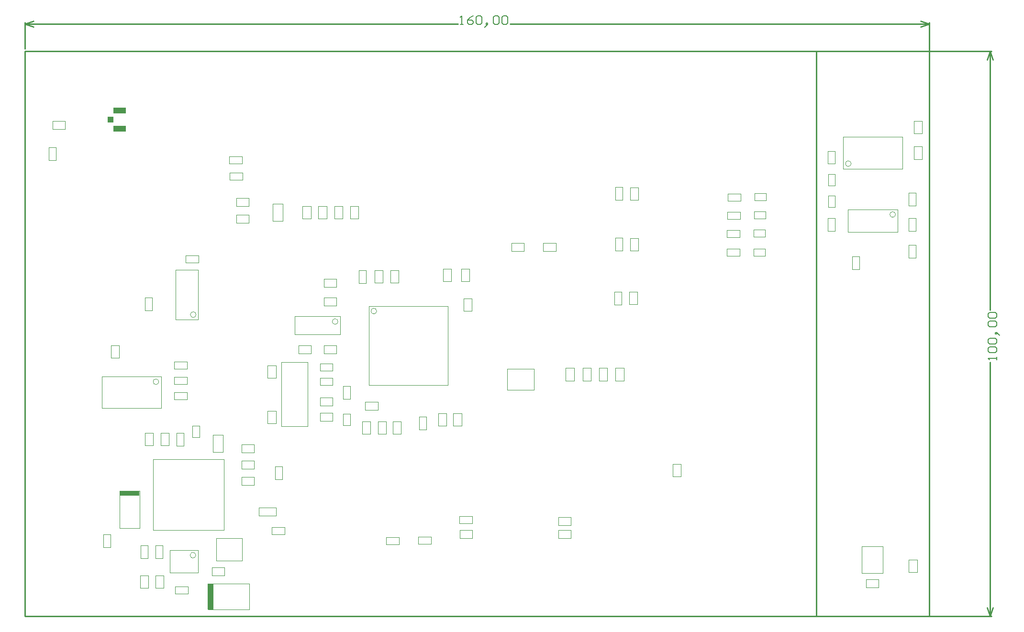
<source format=gbp>
G04 Layer_Color=128*
%FSLAX44Y44*%
%MOMM*%
G71*
G01*
G75*
G04:AMPARAMS|DCode=45|XSize=1.1mm|YSize=1.1mm|CornerRadius=0.11mm|HoleSize=0mm|Usage=FLASHONLY|Rotation=90.000|XOffset=0mm|YOffset=0mm|HoleType=Round|Shape=RoundedRectangle|*
%AMROUNDEDRECTD45*
21,1,1.1000,0.8800,0,0,90.0*
21,1,0.8800,1.1000,0,0,90.0*
1,1,0.2200,0.4400,0.4400*
1,1,0.2200,0.4400,-0.4400*
1,1,0.2200,-0.4400,-0.4400*
1,1,0.2200,-0.4400,0.4400*
%
%ADD45ROUNDEDRECTD45*%
G04:AMPARAMS|DCode=46|XSize=1.05mm|YSize=2.2mm|CornerRadius=0.0525mm|HoleSize=0mm|Usage=FLASHONLY|Rotation=90.000|XOffset=0mm|YOffset=0mm|HoleType=Round|Shape=RoundedRectangle|*
%AMROUNDEDRECTD46*
21,1,1.0500,2.0950,0,0,90.0*
21,1,0.9450,2.2000,0,0,90.0*
1,1,0.1050,1.0475,0.4725*
1,1,0.1050,1.0475,-0.4725*
1,1,0.1050,-1.0475,-0.4725*
1,1,0.1050,-1.0475,0.4725*
%
%ADD46ROUNDEDRECTD46*%
%ADD54C,0.1000*%
%ADD55C,0.2540*%
%ADD56C,0.1524*%
%ADD57R,0.9819X4.6000*%
%ADD58R,3.5000X0.8877*%
D45*
X1551500Y1509000D02*
D03*
D46*
X1567500Y1525000D02*
D03*
Y1493000D02*
D03*
D54*
X1702500Y1163750D02*
G03*
X1702500Y1163750I-5000J0D01*
G01*
X2940000Y1341000D02*
G03*
X2940000Y1341000I-5000J0D01*
G01*
X2861500Y1431000D02*
G03*
X2861500Y1431000I-5000J0D01*
G01*
X1953500Y1151500D02*
G03*
X1953500Y1151500I-5000J0D01*
G01*
X1636500Y1045000D02*
G03*
X1636500Y1045000I-5000J0D01*
G01*
X1702000Y738000D02*
G03*
X1702000Y738000I-5000J0D01*
G01*
X2022000Y1170000D02*
G03*
X2022000Y1170000I-5000J0D01*
G01*
X1666500Y1242750D02*
X1706500D01*
X1666500Y1154750D02*
X1706500D01*
X1666500D02*
Y1242750D01*
X1706500Y1154750D02*
Y1242750D01*
X2856000Y1350000D02*
X2944000D01*
X2856000Y1310000D02*
X2944000D01*
Y1350000D01*
X2856000Y1310000D02*
Y1350000D01*
X1470800Y1492250D02*
Y1506750D01*
X1448700Y1492250D02*
Y1506750D01*
Y1492250D02*
X1470800D01*
X1448700Y1506750D02*
X1470800D01*
X2976350Y1311600D02*
Y1334400D01*
X2963650Y1311600D02*
Y1334400D01*
X2976350D01*
X2963650Y1311600D02*
X2976350D01*
X2952500Y1422000D02*
Y1478000D01*
X2847500Y1422000D02*
Y1478000D01*
X2952500D01*
X2847500Y1422000D02*
X2952500D01*
X1838500Y1329250D02*
Y1359750D01*
X1856000Y1329250D02*
Y1359750D01*
X1838500D02*
X1856000D01*
X1838500Y1329250D02*
X1856000D01*
X2963650Y1356600D02*
Y1379400D01*
X2976350Y1356600D02*
Y1379400D01*
X2963650Y1356600D02*
X2976350D01*
X2963650Y1379400D02*
X2976350D01*
X2963650Y1264600D02*
Y1287400D01*
X2976350Y1264600D02*
Y1287400D01*
X2963650Y1264600D02*
X2976350D01*
X2963650Y1287400D02*
X2976350D01*
X1612150Y1171350D02*
Y1194150D01*
X1624850Y1171350D02*
Y1194150D01*
X1612150Y1171350D02*
X1624850D01*
X1612150Y1194150D02*
X1624850D01*
X2863650Y1243600D02*
Y1266400D01*
X2876350Y1243600D02*
Y1266400D01*
X2863650Y1243600D02*
X2876350D01*
X2863650Y1266400D02*
X2876350D01*
X2972750Y1483950D02*
X2987250D01*
X2972750Y1506050D02*
X2987250D01*
X2972750Y1483950D02*
Y1506050D01*
X2987250Y1483950D02*
Y1506050D01*
X2972750Y1438950D02*
X2987250D01*
X2972750Y1461050D02*
X2987250D01*
X2972750Y1438950D02*
Y1461050D01*
X2987250Y1438950D02*
Y1461050D01*
X1975000Y1355550D02*
X1989500D01*
X1975000Y1333450D02*
X1989500D01*
Y1355550D01*
X1975000Y1333450D02*
Y1355550D01*
X1947000D02*
X1961500D01*
X1947000Y1333450D02*
X1961500D01*
Y1355550D01*
X1947000Y1333450D02*
Y1355550D01*
X1919000D02*
X1933500D01*
X1919000Y1333450D02*
X1933500D01*
Y1355550D01*
X1919000Y1333450D02*
Y1355550D01*
X1891000D02*
X1905500D01*
X1891000Y1333450D02*
X1905500D01*
Y1355550D01*
X1891000Y1333450D02*
Y1355550D01*
X1795550Y1355750D02*
Y1370250D01*
X1773450Y1355750D02*
Y1370250D01*
Y1355750D02*
X1795550D01*
X1773450Y1370250D02*
X1795550D01*
X1795800Y1325750D02*
Y1340250D01*
X1773700Y1325750D02*
Y1340250D01*
Y1325750D02*
X1795800D01*
X1773700Y1340250D02*
X1795800D01*
X1684100Y1268100D02*
X1706900D01*
X1684100Y1255400D02*
X1706900D01*
X1684100D02*
Y1268100D01*
X1706900Y1255400D02*
Y1268100D01*
X2545750Y899050D02*
X2560250D01*
X2545750Y876950D02*
X2560250D01*
Y899050D01*
X2545750Y876950D02*
Y899050D01*
X2366050Y767750D02*
Y782250D01*
X2343950Y767750D02*
Y782250D01*
Y767750D02*
X2366050D01*
X2343950Y782250D02*
X2366050D01*
Y790750D02*
Y805250D01*
X2343950Y790750D02*
Y805250D01*
Y790750D02*
X2366050D01*
X2343950Y805250D02*
X2366050D01*
X1551750Y1086950D02*
X1566250D01*
X1551750Y1109050D02*
X1566250D01*
X1551750Y1086950D02*
Y1109050D01*
X1566250Y1086950D02*
Y1109050D01*
X2038600Y756650D02*
X2061400D01*
X2038600Y769350D02*
X2061400D01*
Y756650D02*
Y769350D01*
X2038600Y756650D02*
Y769350D01*
X1730950Y701750D02*
Y716250D01*
X1753050Y701750D02*
Y716250D01*
X1730950D02*
X1753050D01*
X1730950Y701750D02*
X1753050D01*
X1877500Y1128500D02*
Y1160500D01*
X1957500Y1128500D02*
Y1160500D01*
X1877500Y1128500D02*
X1957500D01*
X1877500Y1160500D02*
X1957500D01*
X1853000Y965750D02*
X1900000D01*
X1853000Y1079250D02*
X1900000D01*
X1853000Y965750D02*
Y1079250D01*
X1900000Y965750D02*
Y1079250D01*
X1535500Y998000D02*
Y1054000D01*
X1640500Y998000D02*
Y1054000D01*
X1535500Y998000D02*
X1640500D01*
X1535500Y1054000D02*
X1640500D01*
X1732250Y920750D02*
Y951250D01*
X1749750Y920750D02*
Y951250D01*
X1732250D02*
X1749750D01*
X1732250Y920750D02*
X1749750D01*
X1656000Y707000D02*
Y747000D01*
X1706000Y707000D02*
Y747000D01*
X1656000Y707000D02*
X1706000D01*
X1656000Y747000D02*
X1706000D01*
X2253400Y1067800D02*
X2300600D01*
X2253400Y1030200D02*
X2300600D01*
Y1067800D01*
X2253400Y1030200D02*
Y1067800D01*
X2008000Y1039000D02*
Y1179000D01*
X2148000Y1039000D02*
Y1179000D01*
X2008000D02*
X2148000D01*
X2008000Y1039000D02*
X2148000D01*
X1665600Y669650D02*
Y682350D01*
X1688400Y669650D02*
Y682350D01*
X1665600D02*
X1688400D01*
X1665600Y669650D02*
X1688400D01*
X1630650Y732600D02*
Y755400D01*
X1643350Y732600D02*
Y755400D01*
X1630650Y732600D02*
X1643350D01*
X1630650Y755400D02*
X1643350D01*
X1604650Y732600D02*
X1617350D01*
X1604650Y755400D02*
X1617350D01*
X1604650Y732600D02*
Y755400D01*
X1617350Y732600D02*
Y755400D01*
X1667650Y931600D02*
Y954400D01*
X1680350Y931600D02*
Y954400D01*
X1667650Y931600D02*
X1680350D01*
X1667650Y954400D02*
X1680350D01*
X2097650Y960600D02*
X2110350D01*
X2097650Y983400D02*
X2110350D01*
X2097650Y960600D02*
Y983400D01*
X2110350Y960600D02*
Y983400D01*
X2643600Y1364650D02*
X2666400D01*
X2643600Y1377350D02*
X2666400D01*
Y1364650D02*
Y1377350D01*
X2643600Y1364650D02*
Y1377350D01*
X1962650Y1014600D02*
X1975350D01*
X1962650Y1037400D02*
X1975350D01*
X1962650Y1014600D02*
Y1037400D01*
X1975350Y1014600D02*
Y1037400D01*
X2642600Y1332650D02*
X2665400D01*
X2642600Y1345350D02*
X2665400D01*
Y1332650D02*
Y1345350D01*
X2642600Y1332650D02*
Y1345350D01*
X2641600Y1300650D02*
Y1313350D01*
X2664400Y1300650D02*
Y1313350D01*
X2641600D02*
X2664400D01*
X2641600Y1300650D02*
X2664400D01*
X2641600Y1267650D02*
X2664400D01*
X2641600Y1280350D02*
X2664400D01*
Y1267650D02*
Y1280350D01*
X2641600Y1267650D02*
Y1280350D01*
X2444650Y1366600D02*
X2457350D01*
X2444650Y1389400D02*
X2457350D01*
X2444650Y1366600D02*
Y1389400D01*
X2457350Y1366600D02*
Y1389400D01*
X2168600Y794650D02*
X2191400D01*
X2168600Y807350D02*
X2191400D01*
Y794650D02*
Y807350D01*
X2168600Y794650D02*
Y807350D01*
X2444650Y1276600D02*
X2457350D01*
X2444650Y1299400D02*
X2457350D01*
X2444650Y1276600D02*
Y1299400D01*
X2457350Y1276600D02*
Y1299400D01*
X1990650Y1219600D02*
Y1242400D01*
X2003350Y1219600D02*
Y1242400D01*
X1990650Y1219600D02*
X2003350D01*
X1990650Y1242400D02*
X2003350D01*
X1944400Y1038650D02*
Y1051350D01*
X1921600Y1038650D02*
Y1051350D01*
Y1038650D02*
X1944400D01*
X1921600Y1051350D02*
X1944400D01*
X1921600Y1076850D02*
X1944400D01*
X1921600Y1064150D02*
X1944400D01*
X1921600D02*
Y1076850D01*
X1944400Y1064150D02*
Y1076850D01*
X2442650Y1181600D02*
X2455350D01*
X2442650Y1204400D02*
X2455350D01*
X2442650Y1181600D02*
Y1204400D01*
X2455350Y1181600D02*
Y1204400D01*
X2095600Y757650D02*
X2118400D01*
X2095600Y770350D02*
X2118400D01*
Y757650D02*
Y770350D01*
X2095600Y757650D02*
Y770350D01*
X1751500Y782500D02*
Y907500D01*
X1626500Y782500D02*
Y907500D01*
Y782500D02*
X1751500D01*
X1626500Y907500D02*
X1751500D01*
X1975250Y968000D02*
Y988000D01*
X1962750Y968000D02*
Y988000D01*
X1975250D01*
X1962750Y968000D02*
X1975250D01*
X1695750Y967000D02*
X1708250D01*
X1695750Y947000D02*
X1708250D01*
Y967000D01*
X1695750Y947000D02*
Y967000D01*
X1738000Y728250D02*
Y767750D01*
X1784000Y728250D02*
Y767750D01*
X1738000D02*
X1784000D01*
X1738000Y728250D02*
X1784000D01*
X2691000Y1378250D02*
X2711000D01*
X2691000Y1365750D02*
X2711000D01*
X2691000D02*
Y1378250D01*
X2711000Y1365750D02*
Y1378250D01*
X2710000Y1333750D02*
Y1346250D01*
X2690000Y1333750D02*
Y1346250D01*
Y1333750D02*
X2710000D01*
X2690000Y1346250D02*
X2710000D01*
X2689000Y1314250D02*
X2709000D01*
X2689000Y1301750D02*
X2709000D01*
X2689000D02*
Y1314250D01*
X2709000Y1301750D02*
Y1314250D01*
X2709000Y1267750D02*
Y1280250D01*
X2689000Y1267750D02*
Y1280250D01*
Y1267750D02*
X2709000D01*
X2689000Y1280250D02*
X2709000D01*
X1782950Y919750D02*
Y934250D01*
X1805050Y919750D02*
Y934250D01*
X1782950D02*
X1805050D01*
X1782950Y919750D02*
X1805050D01*
X1782950Y890750D02*
Y905250D01*
X1805050Y890750D02*
Y905250D01*
X1782950D02*
X1805050D01*
X1782950Y890750D02*
X1805050D01*
X1782950Y861750D02*
Y876250D01*
X1805050Y861750D02*
Y876250D01*
X1782950D02*
X1805050D01*
X1782950Y861750D02*
X1805050D01*
X1639750Y931950D02*
X1654250D01*
X1639750Y954050D02*
X1654250D01*
X1639750Y931950D02*
Y954050D01*
X1654250Y931950D02*
Y954050D01*
X1611750Y931950D02*
X1626250D01*
X1611750Y954050D02*
X1626250D01*
X1611750Y931950D02*
Y954050D01*
X1626250Y931950D02*
Y954050D01*
X1603750Y702050D02*
X1618250D01*
X1603750Y679950D02*
X1618250D01*
Y702050D01*
X1603750Y679950D02*
Y702050D01*
X1630750Y702050D02*
X1645250D01*
X1630750Y679950D02*
X1645250D01*
Y702050D01*
X1630750Y679950D02*
Y702050D01*
X1723500Y642000D02*
Y688000D01*
X1796500Y642000D02*
Y688000D01*
X1723500D02*
X1796500D01*
X1723500Y642000D02*
X1796500D01*
X1567500Y786000D02*
Y852000D01*
X1602500Y786000D02*
Y852000D01*
X1567500Y786000D02*
X1602500D01*
X1567500Y852000D02*
X1602500D01*
X2415750Y1069050D02*
X2430250D01*
X2415750Y1046950D02*
X2430250D01*
Y1069050D01*
X2415750Y1046950D02*
Y1069050D01*
X2444750D02*
X2459250D01*
X2444750Y1046950D02*
X2459250D01*
Y1069050D01*
X2444750Y1046950D02*
Y1069050D01*
X2386750D02*
X2401250D01*
X2386750Y1046950D02*
X2401250D01*
Y1069050D01*
X2386750Y1046950D02*
Y1069050D01*
X2356750D02*
X2371250D01*
X2356750Y1046950D02*
X2371250D01*
Y1069050D01*
X2356750Y1046950D02*
Y1069050D01*
X1951050Y1094750D02*
Y1109250D01*
X1928950Y1094750D02*
Y1109250D01*
Y1094750D02*
X1951050D01*
X1928950Y1109250D02*
X1951050D01*
Y1179750D02*
Y1194250D01*
X1928950Y1179750D02*
Y1194250D01*
Y1179750D02*
X1951050D01*
X1928950Y1194250D02*
X1951050D01*
Y1212750D02*
Y1227250D01*
X1928950Y1212750D02*
Y1227250D01*
Y1212750D02*
X1951050D01*
X1928950Y1227250D02*
X1951050D01*
X2024750Y952950D02*
X2039250D01*
X2024750Y975050D02*
X2039250D01*
X2024750Y952950D02*
Y975050D01*
X2039250Y952950D02*
Y975050D01*
X1996750Y952950D02*
X2011250D01*
X1996750Y975050D02*
X2011250D01*
X1996750Y952950D02*
Y975050D01*
X2011250Y952950D02*
Y975050D01*
X2130750Y989050D02*
X2145250D01*
X2130750Y966950D02*
X2145250D01*
Y989050D01*
X2130750Y966950D02*
Y989050D01*
X2171750Y1222950D02*
X2186250D01*
X2171750Y1245050D02*
X2186250D01*
X2171750Y1222950D02*
Y1245050D01*
X2186250Y1222950D02*
Y1245050D01*
X1944050Y1002750D02*
Y1017250D01*
X1921950Y1002750D02*
Y1017250D01*
Y1002750D02*
X1944050D01*
X1921950Y1017250D02*
X1944050D01*
Y975750D02*
Y990250D01*
X1921950Y975750D02*
Y990250D01*
Y975750D02*
X1944050D01*
X1921950Y990250D02*
X1944050D01*
X2139750Y1222950D02*
X2154250D01*
X2139750Y1245050D02*
X2154250D01*
X2139750Y1222950D02*
Y1245050D01*
X2154250Y1222950D02*
Y1245050D01*
X2046750Y1219950D02*
X2061250D01*
X2046750Y1242050D02*
X2061250D01*
X2046750Y1219950D02*
Y1242050D01*
X2061250Y1219950D02*
Y1242050D01*
X2001950Y994750D02*
Y1009250D01*
X2024050Y994750D02*
Y1009250D01*
X2001950D02*
X2024050D01*
X2001950Y994750D02*
X2024050D01*
X2050750Y975050D02*
X2065250D01*
X2050750Y952950D02*
X2065250D01*
Y975050D01*
X2050750Y952950D02*
Y975050D01*
X2018750Y1219950D02*
X2033250D01*
X2018750Y1242050D02*
X2033250D01*
X2018750Y1219950D02*
Y1242050D01*
X2033250Y1219950D02*
Y1242050D01*
X2175750Y1169950D02*
X2190250D01*
X2175750Y1192050D02*
X2190250D01*
X2175750Y1169950D02*
Y1192050D01*
X2190250Y1169950D02*
Y1192050D01*
X2157750Y989050D02*
X2172250D01*
X2157750Y966950D02*
X2172250D01*
Y989050D01*
X2157750Y966950D02*
Y989050D01*
X1906050Y1094750D02*
Y1109250D01*
X1883950Y1094750D02*
Y1109250D01*
Y1094750D02*
X1906050D01*
X1883950Y1109250D02*
X1906050D01*
X1829250Y971450D02*
X1843750D01*
X1829250Y993550D02*
X1843750D01*
X1829250Y971450D02*
Y993550D01*
X1843750Y971450D02*
Y993550D01*
X1829250Y1073550D02*
X1843750D01*
X1829250Y1051450D02*
X1843750D01*
Y1073550D01*
X1829250Y1051450D02*
Y1073550D01*
X2470750Y1389050D02*
X2485250D01*
X2470750Y1366950D02*
X2485250D01*
Y1389050D01*
X2470750Y1366950D02*
Y1389050D01*
X2470750Y1299050D02*
X2485250D01*
X2470750Y1276950D02*
X2485250D01*
Y1299050D01*
X2470750Y1276950D02*
Y1299050D01*
X2468750Y1204050D02*
X2483250D01*
X2468750Y1181950D02*
X2483250D01*
Y1204050D01*
X2468750Y1181950D02*
Y1204050D01*
X2191050Y767750D02*
Y782250D01*
X2168950Y767750D02*
Y782250D01*
Y767750D02*
X2191050D01*
X2168950Y782250D02*
X2191050D01*
X1538650Y751600D02*
Y774400D01*
X1551350Y751600D02*
Y774400D01*
X1538650Y751600D02*
X1551350D01*
X1538650Y774400D02*
X1551350D01*
X2260950Y1290250D02*
X2283050D01*
X2260950Y1275750D02*
X2283050D01*
X2260950D02*
Y1290250D01*
X2283050Y1275750D02*
Y1290250D01*
X2316950Y1275750D02*
X2339050D01*
X2316950Y1290250D02*
X2339050D01*
Y1275750D02*
Y1290250D01*
X2316950Y1275750D02*
Y1290250D01*
X1663600Y1067650D02*
Y1080350D01*
X1686400Y1067650D02*
Y1080350D01*
X1663600D02*
X1686400D01*
X1663600Y1067650D02*
X1686400D01*
X1663600Y1040650D02*
Y1053350D01*
X1686400Y1040650D02*
Y1053350D01*
X1663600D02*
X1686400D01*
X1663600Y1040650D02*
X1686400D01*
X1663600Y1013650D02*
Y1026350D01*
X1686400Y1013650D02*
Y1026350D01*
X1663600D02*
X1686400D01*
X1663600Y1013650D02*
X1686400D01*
X1813800Y808000D02*
X1844200D01*
X1813800Y822000D02*
X1844200D01*
X1813800Y808000D02*
Y822000D01*
X1844200Y808000D02*
Y822000D01*
X1842650Y872600D02*
X1855350D01*
X1842650Y895400D02*
X1855350D01*
X1842650Y872600D02*
Y895400D01*
X1855350Y872600D02*
Y895400D01*
X1859400Y774650D02*
Y787350D01*
X1836600Y774650D02*
Y787350D01*
Y774650D02*
X1859400D01*
X1836600Y787350D02*
X1859400D01*
X2887950Y680750D02*
X2910050D01*
X2887950Y695250D02*
X2910050D01*
Y680750D02*
Y695250D01*
X2887950Y680750D02*
Y695250D01*
X2978250Y707950D02*
Y730050D01*
X2963750Y707950D02*
Y730050D01*
X2978250D01*
X2963750Y707950D02*
X2978250D01*
X2917800Y706400D02*
Y753600D01*
X2880200Y706400D02*
Y753600D01*
Y706400D02*
X2917800D01*
X2880200Y753600D02*
X2917800D01*
X1442150Y1459900D02*
X1454850D01*
X1442150Y1437100D02*
X1454850D01*
Y1459900D01*
X1442150Y1437100D02*
Y1459900D01*
X2820750Y1392000D02*
X2833250D01*
X2820750Y1412000D02*
X2833250D01*
X2820750Y1392000D02*
Y1412000D01*
X2833250Y1392000D02*
Y1412000D01*
X2820650Y1334400D02*
X2833350D01*
X2820650Y1311600D02*
X2833350D01*
Y1334400D01*
X2820650Y1311600D02*
Y1334400D01*
Y1430600D02*
X2833350D01*
X2820650Y1453400D02*
X2833350D01*
X2820650Y1430600D02*
Y1453400D01*
X2833350Y1430600D02*
Y1453400D01*
X2820750Y1374000D02*
X2833250D01*
X2820750Y1354000D02*
X2833250D01*
Y1374000D01*
X2820750Y1354000D02*
Y1374000D01*
X1783900Y1431400D02*
Y1444100D01*
X1761100Y1431400D02*
Y1444100D01*
Y1431400D02*
X1783900D01*
X1761100Y1444100D02*
X1783900D01*
X1784900Y1402150D02*
Y1414850D01*
X1762100Y1402150D02*
Y1414850D01*
Y1402150D02*
X1784900D01*
X1762100Y1414850D02*
X1784900D01*
D55*
X2803810Y1630000D02*
X3109790D01*
X2803810Y630000D02*
X3109790D01*
X3107250Y1171896D02*
Y1630000D01*
Y630000D02*
Y1079976D01*
X3102170Y1614760D02*
X3107250Y1630000D01*
X3112330Y1614760D01*
X3107250Y630000D02*
X3112330Y645240D01*
X3102170D02*
X3107250Y630000D01*
X3000000Y632540D02*
Y1680540D01*
X1400000Y1633810D02*
Y1680540D01*
X2258107Y1678000D02*
X3000000D01*
X1400000D02*
X2166186D01*
X2984760Y1683080D02*
X3000000Y1678000D01*
X2984760Y1672920D02*
X3000000Y1678000D01*
X1400000D02*
X1415240Y1672920D01*
X1400000Y1678000D02*
X1415240Y1683080D01*
X1400000Y1630000D02*
X2800000D01*
Y630000D02*
Y1630000D01*
X1400000Y630000D02*
X2800000D01*
X1400000D02*
Y1630000D01*
X2800000D02*
X3000000D01*
Y630000D02*
Y1630000D01*
X2800000Y630000D02*
X3000000D01*
D56*
X3118931Y1084040D02*
Y1089118D01*
Y1086579D01*
X3103696D01*
X3106235Y1084040D01*
Y1096735D02*
X3103696Y1099275D01*
Y1104353D01*
X3106235Y1106892D01*
X3116392D01*
X3118931Y1104353D01*
Y1099275D01*
X3116392Y1096735D01*
X3106235D01*
Y1111971D02*
X3103696Y1114510D01*
Y1119588D01*
X3106235Y1122127D01*
X3116392D01*
X3118931Y1119588D01*
Y1114510D01*
X3116392Y1111971D01*
X3106235D01*
X3121470Y1129745D02*
X3118931Y1132284D01*
X3116392D01*
Y1129745D01*
X3118931D01*
Y1132284D01*
X3121470Y1129745D01*
X3124009Y1127206D01*
X3106235Y1142441D02*
X3103696Y1144980D01*
Y1150058D01*
X3106235Y1152597D01*
X3116392D01*
X3118931Y1150058D01*
Y1144980D01*
X3116392Y1142441D01*
X3106235D01*
Y1157676D02*
X3103696Y1160215D01*
Y1165293D01*
X3106235Y1167832D01*
X3116392D01*
X3118931Y1165293D01*
Y1160215D01*
X3116392Y1157676D01*
X3106235D01*
X2170250Y1677750D02*
X2175328D01*
X2172789D01*
Y1692985D01*
X2170250Y1690446D01*
X2193103Y1692985D02*
X2188024Y1690446D01*
X2182946Y1685367D01*
Y1680289D01*
X2185485Y1677750D01*
X2190563D01*
X2193103Y1680289D01*
Y1682828D01*
X2190563Y1685367D01*
X2182946D01*
X2198181Y1690446D02*
X2200720Y1692985D01*
X2205798D01*
X2208338Y1690446D01*
Y1680289D01*
X2205798Y1677750D01*
X2200720D01*
X2198181Y1680289D01*
Y1690446D01*
X2215955Y1675211D02*
X2218494Y1677750D01*
Y1680289D01*
X2215955D01*
Y1677750D01*
X2218494D01*
X2215955Y1675211D01*
X2213416Y1672672D01*
X2228651Y1690446D02*
X2231190Y1692985D01*
X2236269D01*
X2238808Y1690446D01*
Y1680289D01*
X2236269Y1677750D01*
X2231190D01*
X2228651Y1680289D01*
Y1690446D01*
X2243886D02*
X2246425Y1692985D01*
X2251504D01*
X2254043Y1690446D01*
Y1680289D01*
X2251504Y1677750D01*
X2246425D01*
X2243886Y1680289D01*
Y1690446D01*
D57*
X1728409Y665000D02*
D03*
D58*
X1585000Y847561D02*
D03*
M02*

</source>
